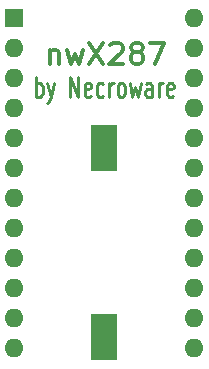
<source format=gbr>
G04 #@! TF.GenerationSoftware,KiCad,Pcbnew,(6.0.7)*
G04 #@! TF.CreationDate,2022-08-15T11:05:51+01:00*
G04 #@! TF.ProjectId,nwX287,6e775832-3837-42e6-9b69-6361645f7063,1a*
G04 #@! TF.SameCoordinates,Original*
G04 #@! TF.FileFunction,Soldermask,Top*
G04 #@! TF.FilePolarity,Negative*
%FSLAX46Y46*%
G04 Gerber Fmt 4.6, Leading zero omitted, Abs format (unit mm)*
G04 Created by KiCad (PCBNEW (6.0.7)) date 2022-08-15 11:05:51*
%MOMM*%
%LPD*%
G01*
G04 APERTURE LIST*
%ADD10C,0.250000*%
%ADD11C,0.350000*%
%ADD12R,2.300000X4.000000*%
%ADD13O,1.600000X1.600000*%
%ADD14R,1.600000X1.600000*%
G04 APERTURE END LIST*
D10*
X128820000Y-86113047D02*
X128820000Y-84413047D01*
X128820000Y-85060666D02*
X128934285Y-84979714D01*
X129162857Y-84979714D01*
X129277142Y-85060666D01*
X129334285Y-85141619D01*
X129391428Y-85303523D01*
X129391428Y-85789238D01*
X129334285Y-85951142D01*
X129277142Y-86032095D01*
X129162857Y-86113047D01*
X128934285Y-86113047D01*
X128820000Y-86032095D01*
X129791428Y-84979714D02*
X130077142Y-86113047D01*
X130362857Y-84979714D02*
X130077142Y-86113047D01*
X129962857Y-86517809D01*
X129905714Y-86598761D01*
X129791428Y-86679714D01*
X131734285Y-86113047D02*
X131734285Y-84413047D01*
X132420000Y-86113047D01*
X132420000Y-84413047D01*
X133448571Y-86032095D02*
X133334285Y-86113047D01*
X133105714Y-86113047D01*
X132991428Y-86032095D01*
X132934285Y-85870190D01*
X132934285Y-85222571D01*
X132991428Y-85060666D01*
X133105714Y-84979714D01*
X133334285Y-84979714D01*
X133448571Y-85060666D01*
X133505714Y-85222571D01*
X133505714Y-85384476D01*
X132934285Y-85546380D01*
X134534285Y-86032095D02*
X134420000Y-86113047D01*
X134191428Y-86113047D01*
X134077142Y-86032095D01*
X134020000Y-85951142D01*
X133962857Y-85789238D01*
X133962857Y-85303523D01*
X134020000Y-85141619D01*
X134077142Y-85060666D01*
X134191428Y-84979714D01*
X134420000Y-84979714D01*
X134534285Y-85060666D01*
X135048571Y-86113047D02*
X135048571Y-84979714D01*
X135048571Y-85303523D02*
X135105714Y-85141619D01*
X135162857Y-85060666D01*
X135277142Y-84979714D01*
X135391428Y-84979714D01*
X135962857Y-86113047D02*
X135848571Y-86032095D01*
X135791428Y-85951142D01*
X135734285Y-85789238D01*
X135734285Y-85303523D01*
X135791428Y-85141619D01*
X135848571Y-85060666D01*
X135962857Y-84979714D01*
X136134285Y-84979714D01*
X136248571Y-85060666D01*
X136305714Y-85141619D01*
X136362857Y-85303523D01*
X136362857Y-85789238D01*
X136305714Y-85951142D01*
X136248571Y-86032095D01*
X136134285Y-86113047D01*
X135962857Y-86113047D01*
X136762857Y-84979714D02*
X136991428Y-86113047D01*
X137220000Y-85303523D01*
X137448571Y-86113047D01*
X137677142Y-84979714D01*
X138648571Y-86113047D02*
X138648571Y-85222571D01*
X138591428Y-85060666D01*
X138477142Y-84979714D01*
X138248571Y-84979714D01*
X138134285Y-85060666D01*
X138648571Y-86032095D02*
X138534285Y-86113047D01*
X138248571Y-86113047D01*
X138134285Y-86032095D01*
X138077142Y-85870190D01*
X138077142Y-85708285D01*
X138134285Y-85546380D01*
X138248571Y-85465428D01*
X138534285Y-85465428D01*
X138648571Y-85384476D01*
X139220000Y-86113047D02*
X139220000Y-84979714D01*
X139220000Y-85303523D02*
X139277142Y-85141619D01*
X139334285Y-85060666D01*
X139448571Y-84979714D01*
X139562857Y-84979714D01*
X140420000Y-86032095D02*
X140305714Y-86113047D01*
X140077142Y-86113047D01*
X139962857Y-86032095D01*
X139905714Y-85870190D01*
X139905714Y-85222571D01*
X139962857Y-85060666D01*
X140077142Y-84979714D01*
X140305714Y-84979714D01*
X140420000Y-85060666D01*
X140477142Y-85222571D01*
X140477142Y-85384476D01*
X139905714Y-85546380D01*
D11*
X129989857Y-82164285D02*
X129989857Y-83364285D01*
X129989857Y-82335714D02*
X130075571Y-82250000D01*
X130247000Y-82164285D01*
X130504142Y-82164285D01*
X130675571Y-82250000D01*
X130761285Y-82421428D01*
X130761285Y-83364285D01*
X131447000Y-82164285D02*
X131789857Y-83364285D01*
X132132714Y-82507142D01*
X132475571Y-83364285D01*
X132818428Y-82164285D01*
X133332714Y-81564285D02*
X134532714Y-83364285D01*
X134532714Y-81564285D02*
X133332714Y-83364285D01*
X135132714Y-81735714D02*
X135218428Y-81650000D01*
X135389857Y-81564285D01*
X135818428Y-81564285D01*
X135989857Y-81650000D01*
X136075571Y-81735714D01*
X136161285Y-81907142D01*
X136161285Y-82078571D01*
X136075571Y-82335714D01*
X135047000Y-83364285D01*
X136161285Y-83364285D01*
X137189857Y-82335714D02*
X137018428Y-82250000D01*
X136932714Y-82164285D01*
X136847000Y-81992857D01*
X136847000Y-81907142D01*
X136932714Y-81735714D01*
X137018428Y-81650000D01*
X137189857Y-81564285D01*
X137532714Y-81564285D01*
X137704142Y-81650000D01*
X137789857Y-81735714D01*
X137875571Y-81907142D01*
X137875571Y-81992857D01*
X137789857Y-82164285D01*
X137704142Y-82250000D01*
X137532714Y-82335714D01*
X137189857Y-82335714D01*
X137018428Y-82421428D01*
X136932714Y-82507142D01*
X136847000Y-82678571D01*
X136847000Y-83021428D01*
X136932714Y-83192857D01*
X137018428Y-83278571D01*
X137189857Y-83364285D01*
X137532714Y-83364285D01*
X137704142Y-83278571D01*
X137789857Y-83192857D01*
X137875571Y-83021428D01*
X137875571Y-82678571D01*
X137789857Y-82507142D01*
X137704142Y-82421428D01*
X137532714Y-82335714D01*
X138475571Y-81564285D02*
X139675571Y-81564285D01*
X138904142Y-83364285D01*
D12*
G04 #@! TO.C,BT1*
X134620000Y-90425000D03*
X134620000Y-106425000D03*
G04 #@! TD*
D13*
G04 #@! TO.C,U2*
X142240000Y-79459001D03*
X127000000Y-107399001D03*
X142240000Y-81999001D03*
X127000000Y-104859001D03*
X142240000Y-84539001D03*
X127000000Y-102319001D03*
X142240000Y-87079001D03*
X127000000Y-99779001D03*
X142240000Y-89619001D03*
X127000000Y-97239001D03*
X142240000Y-92159001D03*
X127000000Y-94699001D03*
X142240000Y-94699001D03*
X127000000Y-92159001D03*
X142240000Y-97239001D03*
X127000000Y-89619001D03*
X142240000Y-99779001D03*
X127000000Y-87079001D03*
X142240000Y-102319001D03*
X127000000Y-84539001D03*
X142240000Y-104859001D03*
X127000000Y-81999001D03*
X142240000Y-107399001D03*
D14*
X127000000Y-79459001D03*
G04 #@! TD*
M02*

</source>
